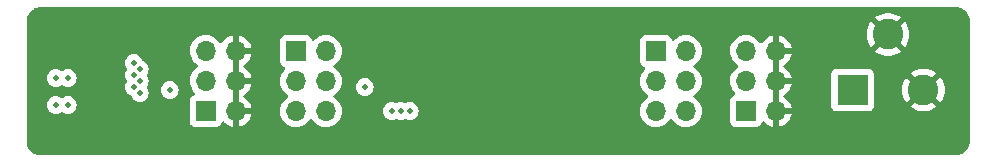
<source format=gbr>
%TF.GenerationSoftware,KiCad,Pcbnew,8.0.4*%
%TF.CreationDate,2024-11-15T14:19:49-05:00*%
%TF.ProjectId,BarrelJackAdapter,42617272-656c-44a6-9163-6b4164617074,rev?*%
%TF.SameCoordinates,Original*%
%TF.FileFunction,Copper,L4,Bot*%
%TF.FilePolarity,Positive*%
%FSLAX46Y46*%
G04 Gerber Fmt 4.6, Leading zero omitted, Abs format (unit mm)*
G04 Created by KiCad (PCBNEW 8.0.4) date 2024-11-15 14:19:49*
%MOMM*%
%LPD*%
G01*
G04 APERTURE LIST*
%TA.AperFunction,ComponentPad*%
%ADD10R,1.700000X1.700000*%
%TD*%
%TA.AperFunction,ComponentPad*%
%ADD11O,1.700000X1.700000*%
%TD*%
%TA.AperFunction,ComponentPad*%
%ADD12R,2.600000X2.600000*%
%TD*%
%TA.AperFunction,ComponentPad*%
%ADD13C,2.600000*%
%TD*%
%TA.AperFunction,ViaPad*%
%ADD14C,0.500000*%
%TD*%
G04 APERTURE END LIST*
D10*
%TO.P,J3,1,Pin_1*%
%TO.N,unconnected-(J3-Pin_1-Pad1)*%
X124460000Y-68580000D03*
D11*
%TO.P,J3,2,Pin_2*%
%TO.N,+9V*%
X127000000Y-68580000D03*
%TO.P,J3,3,Pin_3*%
%TO.N,+3.3V*%
X124460000Y-71120000D03*
%TO.P,J3,4,Pin_4*%
%TO.N,/Vleft*%
X127000000Y-71120000D03*
%TO.P,J3,5,Pin_5*%
%TO.N,unconnected-(J3-Pin_5-Pad5)*%
X124460000Y-73660000D03*
%TO.P,J3,6,Pin_6*%
%TO.N,+5V*%
X127000000Y-73660000D03*
%TD*%
D10*
%TO.P,J5,1,Pin_1*%
%TO.N,unconnected-(J5-Pin_1-Pad1)*%
X154940000Y-68580000D03*
D11*
%TO.P,J5,2,Pin_2*%
%TO.N,+9V*%
X157480000Y-68580000D03*
%TO.P,J5,3,Pin_3*%
%TO.N,+3.3V*%
X154940000Y-71120000D03*
%TO.P,J5,4,Pin_4*%
%TO.N,/Vright*%
X157480000Y-71120000D03*
%TO.P,J5,5,Pin_5*%
%TO.N,unconnected-(J5-Pin_5-Pad5)*%
X154940000Y-73660000D03*
%TO.P,J5,6,Pin_6*%
%TO.N,+5V*%
X157480000Y-73660000D03*
%TD*%
D12*
%TO.P,J1,1*%
%TO.N,+9V*%
X171600000Y-71870000D03*
D13*
%TO.P,J1,2*%
%TO.N,GND*%
X177600000Y-71870000D03*
%TO.P,J1,3*%
X174600000Y-67170000D03*
%TD*%
D10*
%TO.P,J4,1,Pin_1*%
%TO.N,/Vright*%
X162560000Y-73645000D03*
D11*
%TO.P,J4,2,Pin_2*%
%TO.N,GND*%
X165100000Y-73645000D03*
%TO.P,J4,3,Pin_3*%
%TO.N,/Vright*%
X162560000Y-71105000D03*
%TO.P,J4,4,Pin_4*%
%TO.N,GND*%
X165100000Y-71105000D03*
%TO.P,J4,5,Pin_5*%
%TO.N,/Vright*%
X162560000Y-68565000D03*
%TO.P,J4,6,Pin_6*%
%TO.N,GND*%
X165100000Y-68565000D03*
%TD*%
D10*
%TO.P,J2,1,Pin_1*%
%TO.N,/Vleft*%
X116835000Y-73645000D03*
D11*
%TO.P,J2,2,Pin_2*%
%TO.N,GND*%
X119375000Y-73645000D03*
%TO.P,J2,3,Pin_3*%
%TO.N,/Vleft*%
X116835000Y-71105000D03*
%TO.P,J2,4,Pin_4*%
%TO.N,GND*%
X119375000Y-71105000D03*
%TO.P,J2,5,Pin_5*%
%TO.N,/Vleft*%
X116835000Y-68565000D03*
%TO.P,J2,6,Pin_6*%
%TO.N,GND*%
X119375000Y-68565000D03*
%TD*%
D14*
%TO.N,GND*%
X104140000Y-68580000D03*
X143256000Y-70358000D03*
X145796000Y-70358000D03*
X147066000Y-74422000D03*
X148336000Y-72390000D03*
X148336000Y-70358000D03*
X147066000Y-71374000D03*
X132842000Y-71628000D03*
X144526000Y-69342000D03*
X145796000Y-72390000D03*
X145796000Y-74422000D03*
X144526000Y-68326000D03*
X145796000Y-69342000D03*
X144526000Y-70358000D03*
X105156000Y-68580000D03*
X149606000Y-72390000D03*
X148336000Y-68326000D03*
X113792000Y-69596000D03*
X148336000Y-73406000D03*
X149606000Y-71374000D03*
X149606000Y-74422000D03*
X147066000Y-69342000D03*
X149606000Y-70358000D03*
X147066000Y-68326000D03*
X145796000Y-68326000D03*
X144526000Y-74422000D03*
X143256000Y-68326000D03*
X148336000Y-71374000D03*
X143256000Y-73406000D03*
X145796000Y-67310000D03*
X148336000Y-69342000D03*
X143256000Y-74422000D03*
X143256000Y-69342000D03*
X149606000Y-67310000D03*
X143256000Y-67310000D03*
X143256000Y-71374000D03*
X149606000Y-73406000D03*
X145796000Y-73406000D03*
X145796000Y-71374000D03*
X147066000Y-73406000D03*
X144526000Y-67310000D03*
X149606000Y-69342000D03*
X144526000Y-73406000D03*
X147066000Y-67310000D03*
X144526000Y-71374000D03*
X147066000Y-72390000D03*
X149606000Y-68326000D03*
X143256000Y-72390000D03*
X132842000Y-69596000D03*
X148336000Y-74422000D03*
X148336000Y-67310000D03*
X144526000Y-72390000D03*
X147066000Y-70358000D03*
%TO.N,+5V*%
X132588000Y-73660000D03*
X134112000Y-73660000D03*
X130302000Y-71628000D03*
X105156000Y-73152000D03*
X133350000Y-73660000D03*
X104140000Y-73152000D03*
%TO.N,+3.3V*%
X113792000Y-71882000D03*
X111252000Y-70104000D03*
X111252000Y-71120000D03*
X111252000Y-72136000D03*
X110744000Y-71628000D03*
X110744000Y-70612000D03*
X110744000Y-69596000D03*
X104140000Y-70866000D03*
X105156000Y-70866000D03*
%TD*%
%TA.AperFunction,Conductor*%
%TO.N,GND*%
G36*
X150495000Y-76200000D02*
G01*
X142240000Y-76200000D01*
X142240000Y-66040000D01*
X150495000Y-66040000D01*
X150495000Y-76200000D01*
G37*
%TD.AperFunction*%
%TD*%
%TA.AperFunction,Conductor*%
%TO.N,GND*%
G36*
X119625000Y-73211988D02*
G01*
X119567993Y-73179075D01*
X119440826Y-73145000D01*
X119309174Y-73145000D01*
X119182007Y-73179075D01*
X119125000Y-73211988D01*
X119125000Y-71538012D01*
X119182007Y-71570925D01*
X119309174Y-71605000D01*
X119440826Y-71605000D01*
X119567993Y-71570925D01*
X119625000Y-71538012D01*
X119625000Y-73211988D01*
G37*
%TD.AperFunction*%
%TA.AperFunction,Conductor*%
G36*
X119625000Y-70671988D02*
G01*
X119567993Y-70639075D01*
X119440826Y-70605000D01*
X119309174Y-70605000D01*
X119182007Y-70639075D01*
X119125000Y-70671988D01*
X119125000Y-68998012D01*
X119182007Y-69030925D01*
X119309174Y-69065000D01*
X119440826Y-69065000D01*
X119567993Y-69030925D01*
X119625000Y-68998012D01*
X119625000Y-70671988D01*
G37*
%TD.AperFunction*%
%TA.AperFunction,Conductor*%
G36*
X165350000Y-73211988D02*
G01*
X165292993Y-73179075D01*
X165165826Y-73145000D01*
X165034174Y-73145000D01*
X164907007Y-73179075D01*
X164850000Y-73211988D01*
X164850000Y-71538012D01*
X164907007Y-71570925D01*
X165034174Y-71605000D01*
X165165826Y-71605000D01*
X165292993Y-71570925D01*
X165350000Y-71538012D01*
X165350000Y-73211988D01*
G37*
%TD.AperFunction*%
%TA.AperFunction,Conductor*%
G36*
X165350000Y-70671988D02*
G01*
X165292993Y-70639075D01*
X165165826Y-70605000D01*
X165034174Y-70605000D01*
X164907007Y-70639075D01*
X164850000Y-70671988D01*
X164850000Y-68998012D01*
X164907007Y-69030925D01*
X165034174Y-69065000D01*
X165165826Y-69065000D01*
X165292993Y-69030925D01*
X165350000Y-68998012D01*
X165350000Y-70671988D01*
G37*
%TD.AperFunction*%
%TA.AperFunction,Conductor*%
G36*
X180344853Y-64845882D02*
G01*
X180374568Y-64848220D01*
X180517136Y-64859440D01*
X180536346Y-64862483D01*
X180699638Y-64901686D01*
X180718130Y-64907694D01*
X180841090Y-64958626D01*
X180873277Y-64971959D01*
X180890614Y-64980793D01*
X181033786Y-65068529D01*
X181049527Y-65079965D01*
X181177217Y-65189022D01*
X181190977Y-65202782D01*
X181300034Y-65330472D01*
X181311470Y-65346213D01*
X181399206Y-65489385D01*
X181408040Y-65506722D01*
X181472302Y-65661862D01*
X181478315Y-65680368D01*
X181517515Y-65843648D01*
X181520559Y-65862866D01*
X181534118Y-66035146D01*
X181534500Y-66044875D01*
X181534500Y-76195124D01*
X181534118Y-76204853D01*
X181520559Y-76377133D01*
X181517515Y-76396351D01*
X181478315Y-76559631D01*
X181472302Y-76578137D01*
X181408040Y-76733277D01*
X181399206Y-76750614D01*
X181311470Y-76893786D01*
X181300034Y-76909527D01*
X181190977Y-77037217D01*
X181177217Y-77050977D01*
X181049527Y-77160034D01*
X181033786Y-77171470D01*
X180890614Y-77259206D01*
X180873277Y-77268040D01*
X180718137Y-77332302D01*
X180699631Y-77338315D01*
X180536351Y-77377515D01*
X180517133Y-77380559D01*
X180344854Y-77394118D01*
X180335125Y-77394500D01*
X102874875Y-77394500D01*
X102865146Y-77394118D01*
X102692866Y-77380559D01*
X102673648Y-77377515D01*
X102510368Y-77338315D01*
X102491862Y-77332302D01*
X102336722Y-77268040D01*
X102319385Y-77259206D01*
X102176213Y-77171470D01*
X102160472Y-77160034D01*
X102032782Y-77050977D01*
X102019022Y-77037217D01*
X101909965Y-76909527D01*
X101898529Y-76893786D01*
X101810793Y-76750614D01*
X101801959Y-76733277D01*
X101788626Y-76701090D01*
X101737694Y-76578130D01*
X101731686Y-76559638D01*
X101692483Y-76396346D01*
X101689440Y-76377132D01*
X101675882Y-76204852D01*
X101675691Y-76200000D01*
X142240000Y-76200000D01*
X150495000Y-76200000D01*
X150495000Y-71119999D01*
X153584341Y-71119999D01*
X153584341Y-71120000D01*
X153604936Y-71355403D01*
X153604938Y-71355413D01*
X153666094Y-71583655D01*
X153666096Y-71583659D01*
X153666097Y-71583663D01*
X153746004Y-71755023D01*
X153765965Y-71797830D01*
X153765967Y-71797834D01*
X153824903Y-71882002D01*
X153901501Y-71991396D01*
X153901506Y-71991402D01*
X154068597Y-72158493D01*
X154068603Y-72158498D01*
X154254158Y-72288425D01*
X154297783Y-72343002D01*
X154304977Y-72412500D01*
X154273454Y-72474855D01*
X154254158Y-72491575D01*
X154068597Y-72621505D01*
X153901505Y-72788597D01*
X153765965Y-72982169D01*
X153765964Y-72982171D01*
X153690036Y-73145000D01*
X153669468Y-73189109D01*
X153666098Y-73196335D01*
X153666094Y-73196344D01*
X153604938Y-73424586D01*
X153604936Y-73424596D01*
X153584341Y-73659999D01*
X153584341Y-73660000D01*
X153604936Y-73895403D01*
X153604938Y-73895413D01*
X153666094Y-74123655D01*
X153666096Y-74123659D01*
X153666097Y-74123663D01*
X153746004Y-74295023D01*
X153765965Y-74337830D01*
X153765967Y-74337834D01*
X153820174Y-74415249D01*
X153901505Y-74531401D01*
X154068599Y-74698495D01*
X154165384Y-74766265D01*
X154262165Y-74834032D01*
X154262167Y-74834033D01*
X154262170Y-74834035D01*
X154476337Y-74933903D01*
X154704592Y-74995063D01*
X154892918Y-75011539D01*
X154939999Y-75015659D01*
X154940000Y-75015659D01*
X154940001Y-75015659D01*
X154979234Y-75012226D01*
X155175408Y-74995063D01*
X155403663Y-74933903D01*
X155617830Y-74834035D01*
X155811401Y-74698495D01*
X155978495Y-74531401D01*
X156108425Y-74345842D01*
X156163002Y-74302217D01*
X156232500Y-74295023D01*
X156294855Y-74326546D01*
X156311575Y-74345842D01*
X156441500Y-74531395D01*
X156441505Y-74531401D01*
X156608599Y-74698495D01*
X156705384Y-74766265D01*
X156802165Y-74834032D01*
X156802167Y-74834033D01*
X156802170Y-74834035D01*
X157016337Y-74933903D01*
X157244592Y-74995063D01*
X157432918Y-75011539D01*
X157479999Y-75015659D01*
X157480000Y-75015659D01*
X157480001Y-75015659D01*
X157519234Y-75012226D01*
X157715408Y-74995063D01*
X157943663Y-74933903D01*
X158157830Y-74834035D01*
X158351401Y-74698495D01*
X158518495Y-74531401D01*
X158654035Y-74337830D01*
X158753903Y-74123663D01*
X158815063Y-73895408D01*
X158835659Y-73660000D01*
X158815063Y-73424592D01*
X158759674Y-73217876D01*
X158753905Y-73196344D01*
X158753904Y-73196343D01*
X158753903Y-73196337D01*
X158654035Y-72982171D01*
X158652197Y-72979545D01*
X158518494Y-72788597D01*
X158351402Y-72621506D01*
X158351396Y-72621501D01*
X158165842Y-72491575D01*
X158122217Y-72436998D01*
X158115023Y-72367500D01*
X158146546Y-72305145D01*
X158165842Y-72288425D01*
X158222229Y-72248942D01*
X158351401Y-72158495D01*
X158518495Y-71991401D01*
X158654035Y-71797830D01*
X158753903Y-71583663D01*
X158815063Y-71355408D01*
X158835659Y-71120000D01*
X158815063Y-70884592D01*
X158753903Y-70656337D01*
X158654035Y-70442171D01*
X158648425Y-70434158D01*
X158518494Y-70248597D01*
X158351402Y-70081506D01*
X158351396Y-70081501D01*
X158165842Y-69951575D01*
X158122217Y-69896998D01*
X158115023Y-69827500D01*
X158146546Y-69765145D01*
X158165842Y-69748425D01*
X158188026Y-69732891D01*
X158351401Y-69618495D01*
X158518495Y-69451401D01*
X158654035Y-69257830D01*
X158753903Y-69043663D01*
X158815063Y-68815408D01*
X158835659Y-68580000D01*
X158834347Y-68564999D01*
X161204341Y-68564999D01*
X161204341Y-68565000D01*
X161224936Y-68800403D01*
X161224938Y-68800413D01*
X161286094Y-69028655D01*
X161286096Y-69028659D01*
X161286097Y-69028663D01*
X161369155Y-69206781D01*
X161385965Y-69242830D01*
X161385967Y-69242834D01*
X161469623Y-69362306D01*
X161521501Y-69436396D01*
X161521506Y-69436402D01*
X161688597Y-69603493D01*
X161688603Y-69603498D01*
X161874158Y-69733425D01*
X161917783Y-69788002D01*
X161924977Y-69857500D01*
X161893454Y-69919855D01*
X161874158Y-69936575D01*
X161688597Y-70066505D01*
X161521505Y-70233597D01*
X161385965Y-70427169D01*
X161385964Y-70427171D01*
X161286098Y-70641335D01*
X161286094Y-70641344D01*
X161224938Y-70869586D01*
X161224936Y-70869596D01*
X161204341Y-71104999D01*
X161204341Y-71105000D01*
X161224936Y-71340403D01*
X161224938Y-71340413D01*
X161286094Y-71568655D01*
X161286096Y-71568659D01*
X161286097Y-71568663D01*
X161369155Y-71746781D01*
X161385965Y-71782830D01*
X161385967Y-71782834D01*
X161455406Y-71882002D01*
X161521501Y-71976396D01*
X161521506Y-71976402D01*
X161643430Y-72098326D01*
X161676915Y-72159649D01*
X161671931Y-72229341D01*
X161630059Y-72285274D01*
X161599083Y-72302189D01*
X161467669Y-72351203D01*
X161467664Y-72351206D01*
X161352455Y-72437452D01*
X161352452Y-72437455D01*
X161266206Y-72552664D01*
X161266202Y-72552671D01*
X161215908Y-72687517D01*
X161209501Y-72747116D01*
X161209500Y-72747135D01*
X161209500Y-74542870D01*
X161209501Y-74542876D01*
X161215908Y-74602483D01*
X161266202Y-74737328D01*
X161266206Y-74737335D01*
X161352452Y-74852544D01*
X161352455Y-74852547D01*
X161467664Y-74938793D01*
X161467671Y-74938797D01*
X161602517Y-74989091D01*
X161602516Y-74989091D01*
X161609444Y-74989835D01*
X161662127Y-74995500D01*
X163457872Y-74995499D01*
X163517483Y-74989091D01*
X163652331Y-74938796D01*
X163767546Y-74852546D01*
X163853796Y-74737331D01*
X163903002Y-74605401D01*
X163944872Y-74549468D01*
X164010337Y-74525050D01*
X164078610Y-74539901D01*
X164106865Y-74561053D01*
X164228917Y-74683105D01*
X164422421Y-74818600D01*
X164636507Y-74918429D01*
X164636516Y-74918433D01*
X164850000Y-74975634D01*
X164850000Y-74078012D01*
X164907007Y-74110925D01*
X165034174Y-74145000D01*
X165165826Y-74145000D01*
X165292993Y-74110925D01*
X165350000Y-74078012D01*
X165350000Y-74975633D01*
X165563483Y-74918433D01*
X165563492Y-74918429D01*
X165777578Y-74818600D01*
X165971082Y-74683105D01*
X166138105Y-74516082D01*
X166273600Y-74322578D01*
X166373429Y-74108492D01*
X166373432Y-74108486D01*
X166430636Y-73895000D01*
X165533012Y-73895000D01*
X165565925Y-73837993D01*
X165600000Y-73710826D01*
X165600000Y-73579174D01*
X165565925Y-73452007D01*
X165533012Y-73395000D01*
X166430636Y-73395000D01*
X166430635Y-73394999D01*
X166373432Y-73181513D01*
X166373429Y-73181507D01*
X166273600Y-72967422D01*
X166273599Y-72967420D01*
X166138113Y-72773926D01*
X166138108Y-72773920D01*
X165971082Y-72606894D01*
X165784968Y-72476575D01*
X165741344Y-72421998D01*
X165734151Y-72352499D01*
X165765673Y-72290145D01*
X165784968Y-72273425D01*
X165971082Y-72143105D01*
X166138105Y-71976082D01*
X166273600Y-71782578D01*
X166373429Y-71568492D01*
X166373432Y-71568486D01*
X166430636Y-71355000D01*
X165533012Y-71355000D01*
X165565925Y-71297993D01*
X165600000Y-71170826D01*
X165600000Y-71039174D01*
X165565925Y-70912007D01*
X165533012Y-70855000D01*
X166430636Y-70855000D01*
X166430635Y-70854999D01*
X166373432Y-70641513D01*
X166373429Y-70641507D01*
X166317765Y-70522135D01*
X169799500Y-70522135D01*
X169799500Y-73217870D01*
X169799501Y-73217876D01*
X169805908Y-73277483D01*
X169856202Y-73412328D01*
X169856206Y-73412335D01*
X169942452Y-73527544D01*
X169942455Y-73527547D01*
X170057664Y-73613793D01*
X170057671Y-73613797D01*
X170192517Y-73664091D01*
X170192516Y-73664091D01*
X170199444Y-73664835D01*
X170252127Y-73670500D01*
X172947872Y-73670499D01*
X173007483Y-73664091D01*
X173142331Y-73613796D01*
X173257546Y-73527546D01*
X173343796Y-73412331D01*
X173394091Y-73277483D01*
X173400500Y-73217873D01*
X173400499Y-71869995D01*
X175794953Y-71869995D01*
X175794953Y-71870004D01*
X175815113Y-72139026D01*
X175815113Y-72139028D01*
X175875142Y-72402033D01*
X175875148Y-72402052D01*
X175973709Y-72653181D01*
X175973708Y-72653181D01*
X176108602Y-72886822D01*
X176162294Y-72954151D01*
X176884152Y-72232292D01*
X176891049Y-72248942D01*
X176978599Y-72379970D01*
X177090030Y-72491401D01*
X177221058Y-72578951D01*
X177237705Y-72585846D01*
X176514848Y-73308702D01*
X176697483Y-73433220D01*
X176697485Y-73433221D01*
X176940539Y-73550269D01*
X176940537Y-73550269D01*
X177198337Y-73629790D01*
X177198343Y-73629792D01*
X177465101Y-73669999D01*
X177465110Y-73670000D01*
X177734890Y-73670000D01*
X177734898Y-73669999D01*
X178001656Y-73629792D01*
X178001662Y-73629790D01*
X178259461Y-73550269D01*
X178502521Y-73433218D01*
X178685150Y-73308702D01*
X177962294Y-72585846D01*
X177978942Y-72578951D01*
X178109970Y-72491401D01*
X178221401Y-72379970D01*
X178308951Y-72248942D01*
X178315846Y-72232294D01*
X179037703Y-72954151D01*
X179037704Y-72954150D01*
X179091393Y-72886828D01*
X179091400Y-72886817D01*
X179226290Y-72653181D01*
X179324851Y-72402052D01*
X179324857Y-72402033D01*
X179384886Y-72139028D01*
X179384886Y-72139026D01*
X179405047Y-71870004D01*
X179405047Y-71869995D01*
X179384886Y-71600973D01*
X179384886Y-71600971D01*
X179324857Y-71337966D01*
X179324851Y-71337947D01*
X179226290Y-71086818D01*
X179226291Y-71086818D01*
X179091397Y-70853177D01*
X179037704Y-70785847D01*
X178315846Y-71507705D01*
X178308951Y-71491058D01*
X178221401Y-71360030D01*
X178109970Y-71248599D01*
X177978942Y-71161049D01*
X177962294Y-71154153D01*
X178685150Y-70431296D01*
X178502517Y-70306779D01*
X178502516Y-70306778D01*
X178259460Y-70189730D01*
X178259462Y-70189730D01*
X178001662Y-70110209D01*
X178001656Y-70110207D01*
X177734898Y-70070000D01*
X177465101Y-70070000D01*
X177198343Y-70110207D01*
X177198337Y-70110209D01*
X176940538Y-70189730D01*
X176697485Y-70306778D01*
X176697476Y-70306783D01*
X176514848Y-70431296D01*
X177237705Y-71154153D01*
X177221058Y-71161049D01*
X177090030Y-71248599D01*
X176978599Y-71360030D01*
X176891049Y-71491058D01*
X176884153Y-71507706D01*
X176162295Y-70785848D01*
X176108600Y-70853180D01*
X175973709Y-71086818D01*
X175875148Y-71337947D01*
X175875142Y-71337966D01*
X175815113Y-71600971D01*
X175815113Y-71600973D01*
X175794953Y-71869995D01*
X173400499Y-71869995D01*
X173400499Y-70522128D01*
X173394940Y-70470412D01*
X173394091Y-70462516D01*
X173343797Y-70327671D01*
X173343793Y-70327664D01*
X173257547Y-70212455D01*
X173257544Y-70212452D01*
X173142335Y-70126206D01*
X173142328Y-70126202D01*
X173007482Y-70075908D01*
X173007483Y-70075908D01*
X172947883Y-70069501D01*
X172947881Y-70069500D01*
X172947873Y-70069500D01*
X172947864Y-70069500D01*
X170252129Y-70069500D01*
X170252123Y-70069501D01*
X170192516Y-70075908D01*
X170057671Y-70126202D01*
X170057664Y-70126206D01*
X169942455Y-70212452D01*
X169942452Y-70212455D01*
X169856206Y-70327664D01*
X169856202Y-70327671D01*
X169805908Y-70462517D01*
X169803494Y-70484977D01*
X169799501Y-70522123D01*
X169799500Y-70522135D01*
X166317765Y-70522135D01*
X166273600Y-70427422D01*
X166273599Y-70427420D01*
X166138113Y-70233926D01*
X166138108Y-70233920D01*
X165971082Y-70066894D01*
X165784968Y-69936575D01*
X165741344Y-69881998D01*
X165734151Y-69812499D01*
X165765673Y-69750145D01*
X165784968Y-69733425D01*
X165971082Y-69603105D01*
X166138105Y-69436082D01*
X166273600Y-69242578D01*
X166373429Y-69028492D01*
X166373432Y-69028486D01*
X166430636Y-68815000D01*
X165533012Y-68815000D01*
X165565925Y-68757993D01*
X165600000Y-68630826D01*
X165600000Y-68499174D01*
X165565925Y-68372007D01*
X165533012Y-68315000D01*
X166430636Y-68315000D01*
X166430635Y-68314999D01*
X166373432Y-68101513D01*
X166373429Y-68101507D01*
X166273600Y-67887422D01*
X166273599Y-67887420D01*
X166138113Y-67693926D01*
X166138108Y-67693920D01*
X165971082Y-67526894D01*
X165777578Y-67391399D01*
X165563492Y-67291570D01*
X165563486Y-67291567D01*
X165350000Y-67234364D01*
X165350000Y-68131988D01*
X165292993Y-68099075D01*
X165165826Y-68065000D01*
X165034174Y-68065000D01*
X164907007Y-68099075D01*
X164850000Y-68131988D01*
X164850000Y-67234364D01*
X164849999Y-67234364D01*
X164636513Y-67291567D01*
X164636507Y-67291570D01*
X164422422Y-67391399D01*
X164422420Y-67391400D01*
X164228926Y-67526886D01*
X164228920Y-67526891D01*
X164061891Y-67693920D01*
X164061890Y-67693922D01*
X163931880Y-67879595D01*
X163877303Y-67923219D01*
X163807804Y-67930412D01*
X163745450Y-67898890D01*
X163728730Y-67879594D01*
X163598494Y-67693597D01*
X163431402Y-67526506D01*
X163431395Y-67526501D01*
X163237834Y-67390967D01*
X163237830Y-67390965D01*
X163198129Y-67372452D01*
X163023663Y-67291097D01*
X163023659Y-67291096D01*
X163023655Y-67291094D01*
X162795413Y-67229938D01*
X162795403Y-67229936D01*
X162560001Y-67209341D01*
X162559999Y-67209341D01*
X162324596Y-67229936D01*
X162324586Y-67229938D01*
X162096344Y-67291094D01*
X162096335Y-67291098D01*
X161882171Y-67390964D01*
X161882169Y-67390965D01*
X161688597Y-67526505D01*
X161521505Y-67693597D01*
X161385965Y-67887169D01*
X161385964Y-67887171D01*
X161286098Y-68101335D01*
X161286094Y-68101344D01*
X161224938Y-68329586D01*
X161224936Y-68329596D01*
X161204341Y-68564999D01*
X158834347Y-68564999D01*
X158815063Y-68344592D01*
X158753903Y-68116337D01*
X158654035Y-67902171D01*
X158643707Y-67887420D01*
X158518494Y-67708597D01*
X158351402Y-67541506D01*
X158351395Y-67541501D01*
X158157834Y-67405967D01*
X158157830Y-67405965D01*
X158125660Y-67390964D01*
X157943663Y-67306097D01*
X157943659Y-67306096D01*
X157943655Y-67306094D01*
X157715413Y-67244938D01*
X157715403Y-67244936D01*
X157480001Y-67224341D01*
X157479999Y-67224341D01*
X157244596Y-67244936D01*
X157244586Y-67244938D01*
X157016344Y-67306094D01*
X157016335Y-67306098D01*
X156802171Y-67405964D01*
X156802169Y-67405965D01*
X156608600Y-67541503D01*
X156486673Y-67663430D01*
X156425350Y-67696914D01*
X156355658Y-67691930D01*
X156299725Y-67650058D01*
X156282810Y-67619081D01*
X156233797Y-67487671D01*
X156233793Y-67487664D01*
X156147547Y-67372455D01*
X156147544Y-67372452D01*
X156032335Y-67286206D01*
X156032328Y-67286202D01*
X155897482Y-67235908D01*
X155897483Y-67235908D01*
X155837883Y-67229501D01*
X155837881Y-67229500D01*
X155837873Y-67229500D01*
X155837864Y-67229500D01*
X154042129Y-67229500D01*
X154042123Y-67229501D01*
X153982516Y-67235908D01*
X153847671Y-67286202D01*
X153847664Y-67286206D01*
X153732455Y-67372452D01*
X153732452Y-67372455D01*
X153646206Y-67487664D01*
X153646202Y-67487671D01*
X153595908Y-67622517D01*
X153589501Y-67682116D01*
X153589500Y-67682135D01*
X153589500Y-69477870D01*
X153589501Y-69477876D01*
X153595908Y-69537483D01*
X153646202Y-69672328D01*
X153646206Y-69672335D01*
X153732452Y-69787544D01*
X153732455Y-69787547D01*
X153847664Y-69873793D01*
X153847671Y-69873797D01*
X153979081Y-69922810D01*
X154035015Y-69964681D01*
X154059432Y-70030145D01*
X154044580Y-70098418D01*
X154023430Y-70126673D01*
X153901503Y-70248600D01*
X153765965Y-70442169D01*
X153765964Y-70442171D01*
X153666098Y-70656335D01*
X153666094Y-70656344D01*
X153604938Y-70884586D01*
X153604936Y-70884596D01*
X153584341Y-71119999D01*
X150495000Y-71119999D01*
X150495000Y-67169995D01*
X172794953Y-67169995D01*
X172794953Y-67170004D01*
X172815113Y-67439026D01*
X172815113Y-67439028D01*
X172875142Y-67702033D01*
X172875148Y-67702052D01*
X172973709Y-67953181D01*
X172973708Y-67953181D01*
X173108602Y-68186822D01*
X173162294Y-68254151D01*
X173884152Y-67532292D01*
X173891049Y-67548942D01*
X173978599Y-67679970D01*
X174090030Y-67791401D01*
X174221058Y-67878951D01*
X174237705Y-67885846D01*
X173514848Y-68608702D01*
X173697483Y-68733220D01*
X173697485Y-68733221D01*
X173940539Y-68850269D01*
X173940537Y-68850269D01*
X174198337Y-68929790D01*
X174198343Y-68929792D01*
X174465101Y-68969999D01*
X174465110Y-68970000D01*
X174734890Y-68970000D01*
X174734898Y-68969999D01*
X175001656Y-68929792D01*
X175001662Y-68929790D01*
X175259461Y-68850269D01*
X175502521Y-68733218D01*
X175685150Y-68608702D01*
X174962294Y-67885846D01*
X174978942Y-67878951D01*
X175109970Y-67791401D01*
X175221401Y-67679970D01*
X175308951Y-67548942D01*
X175315846Y-67532294D01*
X176037703Y-68254151D01*
X176037704Y-68254150D01*
X176091393Y-68186828D01*
X176091400Y-68186817D01*
X176226290Y-67953181D01*
X176324851Y-67702052D01*
X176324857Y-67702033D01*
X176384886Y-67439028D01*
X176384886Y-67439026D01*
X176405047Y-67170004D01*
X176405047Y-67169995D01*
X176384886Y-66900973D01*
X176384886Y-66900971D01*
X176324857Y-66637966D01*
X176324851Y-66637947D01*
X176226290Y-66386818D01*
X176226291Y-66386818D01*
X176091397Y-66153177D01*
X176037704Y-66085847D01*
X175315846Y-66807705D01*
X175308951Y-66791058D01*
X175221401Y-66660030D01*
X175109970Y-66548599D01*
X174978942Y-66461049D01*
X174962294Y-66454153D01*
X175685150Y-65731296D01*
X175502517Y-65606779D01*
X175502516Y-65606778D01*
X175259460Y-65489730D01*
X175259462Y-65489730D01*
X175001662Y-65410209D01*
X175001656Y-65410207D01*
X174734898Y-65370000D01*
X174465101Y-65370000D01*
X174198343Y-65410207D01*
X174198337Y-65410209D01*
X173940538Y-65489730D01*
X173697485Y-65606778D01*
X173697476Y-65606783D01*
X173514848Y-65731296D01*
X174237705Y-66454153D01*
X174221058Y-66461049D01*
X174090030Y-66548599D01*
X173978599Y-66660030D01*
X173891049Y-66791058D01*
X173884153Y-66807706D01*
X173162295Y-66085848D01*
X173108600Y-66153180D01*
X172973709Y-66386818D01*
X172875148Y-66637947D01*
X172875142Y-66637966D01*
X172815113Y-66900971D01*
X172815113Y-66900973D01*
X172794953Y-67169995D01*
X150495000Y-67169995D01*
X150495000Y-66040000D01*
X142240000Y-66040000D01*
X142240000Y-76200000D01*
X101675691Y-76200000D01*
X101675500Y-76195124D01*
X101675500Y-73151997D01*
X103384751Y-73151997D01*
X103384751Y-73152002D01*
X103403685Y-73320056D01*
X103459545Y-73479694D01*
X103459547Y-73479697D01*
X103549518Y-73622884D01*
X103549523Y-73622890D01*
X103669109Y-73742476D01*
X103669115Y-73742481D01*
X103812302Y-73832452D01*
X103812305Y-73832454D01*
X103812309Y-73832455D01*
X103812310Y-73832456D01*
X103828134Y-73837993D01*
X103971943Y-73888314D01*
X104139997Y-73907249D01*
X104140000Y-73907249D01*
X104140003Y-73907249D01*
X104308056Y-73888314D01*
X104308059Y-73888313D01*
X104467690Y-73832456D01*
X104582027Y-73760613D01*
X104649264Y-73741612D01*
X104713973Y-73760613D01*
X104821307Y-73828056D01*
X104828307Y-73832454D01*
X104828305Y-73832454D01*
X104828309Y-73832455D01*
X104828310Y-73832456D01*
X104844134Y-73837993D01*
X104987943Y-73888314D01*
X105155997Y-73907249D01*
X105156000Y-73907249D01*
X105156003Y-73907249D01*
X105324056Y-73888314D01*
X105324059Y-73888313D01*
X105483690Y-73832456D01*
X105483692Y-73832454D01*
X105483694Y-73832454D01*
X105483697Y-73832452D01*
X105626884Y-73742481D01*
X105626885Y-73742480D01*
X105626890Y-73742477D01*
X105746477Y-73622890D01*
X105792108Y-73550269D01*
X105836452Y-73479697D01*
X105836454Y-73479694D01*
X105836454Y-73479692D01*
X105836456Y-73479690D01*
X105892313Y-73320059D01*
X105892313Y-73320058D01*
X105892314Y-73320056D01*
X105911249Y-73152002D01*
X105911249Y-73151997D01*
X105892314Y-72983943D01*
X105836454Y-72824305D01*
X105836452Y-72824302D01*
X105746481Y-72681115D01*
X105746476Y-72681109D01*
X105626890Y-72561523D01*
X105626884Y-72561518D01*
X105483697Y-72471547D01*
X105483694Y-72471545D01*
X105324056Y-72415685D01*
X105156003Y-72396751D01*
X105155997Y-72396751D01*
X104987943Y-72415685D01*
X104828307Y-72471545D01*
X104713972Y-72543387D01*
X104646735Y-72562387D01*
X104582028Y-72543387D01*
X104467692Y-72471545D01*
X104467691Y-72471544D01*
X104467690Y-72471544D01*
X104429370Y-72458135D01*
X104308056Y-72415685D01*
X104140003Y-72396751D01*
X104139997Y-72396751D01*
X103971943Y-72415685D01*
X103812305Y-72471545D01*
X103812302Y-72471547D01*
X103669115Y-72561518D01*
X103669109Y-72561523D01*
X103549523Y-72681109D01*
X103549518Y-72681115D01*
X103459547Y-72824302D01*
X103459545Y-72824305D01*
X103403685Y-72983943D01*
X103384751Y-73151997D01*
X101675500Y-73151997D01*
X101675500Y-70865997D01*
X103384751Y-70865997D01*
X103384751Y-70866002D01*
X103403685Y-71034056D01*
X103459545Y-71193694D01*
X103459547Y-71193697D01*
X103549518Y-71336884D01*
X103549523Y-71336890D01*
X103669109Y-71456476D01*
X103669115Y-71456481D01*
X103812302Y-71546452D01*
X103812305Y-71546454D01*
X103812309Y-71546455D01*
X103812310Y-71546456D01*
X103875774Y-71568663D01*
X103971943Y-71602314D01*
X104139997Y-71621249D01*
X104140000Y-71621249D01*
X104140003Y-71621249D01*
X104308056Y-71602314D01*
X104308059Y-71602313D01*
X104467690Y-71546456D01*
X104582027Y-71474613D01*
X104649264Y-71455612D01*
X104713973Y-71474613D01*
X104828307Y-71546454D01*
X104828305Y-71546454D01*
X104828309Y-71546455D01*
X104828310Y-71546456D01*
X104891774Y-71568663D01*
X104987943Y-71602314D01*
X105155997Y-71621249D01*
X105156000Y-71621249D01*
X105156003Y-71621249D01*
X105324056Y-71602314D01*
X105324059Y-71602313D01*
X105483690Y-71546456D01*
X105483692Y-71546454D01*
X105483694Y-71546454D01*
X105483697Y-71546452D01*
X105626884Y-71456481D01*
X105626885Y-71456480D01*
X105626890Y-71456477D01*
X105746477Y-71336890D01*
X105774983Y-71291523D01*
X105836452Y-71193697D01*
X105836454Y-71193694D01*
X105836454Y-71193692D01*
X105836456Y-71193690D01*
X105892313Y-71034059D01*
X105892313Y-71034058D01*
X105892314Y-71034056D01*
X105911249Y-70866002D01*
X105911249Y-70865997D01*
X105892314Y-70697943D01*
X105836454Y-70538305D01*
X105836452Y-70538302D01*
X105746481Y-70395115D01*
X105746476Y-70395109D01*
X105626890Y-70275523D01*
X105626884Y-70275518D01*
X105483697Y-70185547D01*
X105483694Y-70185545D01*
X105324056Y-70129685D01*
X105156003Y-70110751D01*
X105155997Y-70110751D01*
X104987943Y-70129685D01*
X104828307Y-70185545D01*
X104713972Y-70257387D01*
X104646735Y-70276387D01*
X104582028Y-70257387D01*
X104467692Y-70185545D01*
X104467691Y-70185544D01*
X104467690Y-70185544D01*
X104423188Y-70169972D01*
X104308056Y-70129685D01*
X104140003Y-70110751D01*
X104139997Y-70110751D01*
X103971943Y-70129685D01*
X103812305Y-70185545D01*
X103812302Y-70185547D01*
X103669115Y-70275518D01*
X103669109Y-70275523D01*
X103549523Y-70395109D01*
X103549518Y-70395115D01*
X103459547Y-70538302D01*
X103459545Y-70538305D01*
X103403685Y-70697943D01*
X103384751Y-70865997D01*
X101675500Y-70865997D01*
X101675500Y-69595997D01*
X109988751Y-69595997D01*
X109988751Y-69596002D01*
X110007685Y-69764056D01*
X110045632Y-69872500D01*
X110062202Y-69919856D01*
X110063545Y-69923692D01*
X110135387Y-70038028D01*
X110154387Y-70105265D01*
X110135387Y-70169972D01*
X110063545Y-70284307D01*
X110007685Y-70443943D01*
X109988751Y-70611997D01*
X109988751Y-70612002D01*
X110007685Y-70780056D01*
X110063545Y-70939692D01*
X110135387Y-71054028D01*
X110154387Y-71121265D01*
X110135387Y-71185972D01*
X110063545Y-71300307D01*
X110007685Y-71459943D01*
X109988751Y-71627997D01*
X109988751Y-71628002D01*
X110007685Y-71796056D01*
X110063545Y-71955694D01*
X110063547Y-71955697D01*
X110153518Y-72098884D01*
X110153523Y-72098890D01*
X110273109Y-72218476D01*
X110273115Y-72218481D01*
X110416302Y-72308452D01*
X110416307Y-72308455D01*
X110416310Y-72308456D01*
X110474940Y-72328971D01*
X110531716Y-72369692D01*
X110551028Y-72405059D01*
X110571544Y-72463693D01*
X110661518Y-72606884D01*
X110661523Y-72606890D01*
X110781109Y-72726476D01*
X110781115Y-72726481D01*
X110924302Y-72816452D01*
X110924305Y-72816454D01*
X110924309Y-72816455D01*
X110924310Y-72816456D01*
X110946756Y-72824310D01*
X111083943Y-72872314D01*
X111251997Y-72891249D01*
X111252000Y-72891249D01*
X111252003Y-72891249D01*
X111420056Y-72872314D01*
X111420059Y-72872313D01*
X111579690Y-72816456D01*
X111579692Y-72816454D01*
X111579694Y-72816454D01*
X111579697Y-72816452D01*
X111722884Y-72726481D01*
X111722885Y-72726480D01*
X111722890Y-72726477D01*
X111842477Y-72606890D01*
X111847665Y-72598633D01*
X111932452Y-72463697D01*
X111932454Y-72463694D01*
X111932454Y-72463692D01*
X111932456Y-72463690D01*
X111988313Y-72304059D01*
X111988313Y-72304058D01*
X111988314Y-72304056D01*
X112007249Y-72136002D01*
X112007249Y-72135997D01*
X111988314Y-71967943D01*
X111958240Y-71881997D01*
X113036751Y-71881997D01*
X113036751Y-71882002D01*
X113055685Y-72050056D01*
X113111545Y-72209694D01*
X113111547Y-72209697D01*
X113201518Y-72352884D01*
X113201523Y-72352890D01*
X113321109Y-72472476D01*
X113321115Y-72472481D01*
X113464302Y-72562452D01*
X113464305Y-72562454D01*
X113464309Y-72562455D01*
X113464310Y-72562456D01*
X113536913Y-72587860D01*
X113623943Y-72618314D01*
X113791997Y-72637249D01*
X113792000Y-72637249D01*
X113792003Y-72637249D01*
X113960056Y-72618314D01*
X113960059Y-72618313D01*
X114119690Y-72562456D01*
X114119692Y-72562454D01*
X114119694Y-72562454D01*
X114119697Y-72562452D01*
X114262884Y-72472481D01*
X114262885Y-72472480D01*
X114262890Y-72472477D01*
X114382477Y-72352890D01*
X114383535Y-72351206D01*
X114472452Y-72209697D01*
X114472454Y-72209694D01*
X114472454Y-72209692D01*
X114472456Y-72209690D01*
X114528313Y-72050059D01*
X114528313Y-72050058D01*
X114528314Y-72050056D01*
X114547249Y-71882002D01*
X114547249Y-71881997D01*
X114528314Y-71713943D01*
X114478270Y-71570925D01*
X114472456Y-71554310D01*
X114472455Y-71554309D01*
X114472454Y-71554305D01*
X114472452Y-71554302D01*
X114382481Y-71411115D01*
X114382476Y-71411109D01*
X114262890Y-71291523D01*
X114262884Y-71291518D01*
X114119697Y-71201547D01*
X114119694Y-71201545D01*
X113960056Y-71145685D01*
X113792003Y-71126751D01*
X113791997Y-71126751D01*
X113623943Y-71145685D01*
X113464305Y-71201545D01*
X113464302Y-71201547D01*
X113321115Y-71291518D01*
X113321109Y-71291523D01*
X113201523Y-71411109D01*
X113201518Y-71411115D01*
X113111547Y-71554302D01*
X113111545Y-71554305D01*
X113055685Y-71713943D01*
X113036751Y-71881997D01*
X111958240Y-71881997D01*
X111932456Y-71808310D01*
X111932454Y-71808307D01*
X111932454Y-71808306D01*
X111860613Y-71693973D01*
X111841612Y-71626736D01*
X111860613Y-71562027D01*
X111932454Y-71447693D01*
X111932453Y-71447693D01*
X111932456Y-71447690D01*
X111988313Y-71288059D01*
X111988313Y-71288058D01*
X111988314Y-71288056D01*
X112007249Y-71120002D01*
X112007249Y-71119997D01*
X111988314Y-70951943D01*
X111954392Y-70855000D01*
X111932456Y-70792310D01*
X111932454Y-70792307D01*
X111932454Y-70792306D01*
X111860613Y-70677973D01*
X111841612Y-70610736D01*
X111860613Y-70546027D01*
X111925870Y-70442171D01*
X111932456Y-70431690D01*
X111988313Y-70272059D01*
X111988313Y-70272058D01*
X111988314Y-70272056D01*
X112007249Y-70104002D01*
X112007249Y-70103997D01*
X111988314Y-69935943D01*
X111941796Y-69803002D01*
X111932456Y-69776310D01*
X111932455Y-69776309D01*
X111932454Y-69776305D01*
X111932452Y-69776302D01*
X111842481Y-69633115D01*
X111842476Y-69633109D01*
X111722890Y-69513523D01*
X111722884Y-69513518D01*
X111579693Y-69423544D01*
X111521059Y-69403028D01*
X111464283Y-69362306D01*
X111444971Y-69326940D01*
X111424455Y-69268307D01*
X111424452Y-69268302D01*
X111334481Y-69125115D01*
X111334476Y-69125109D01*
X111214890Y-69005523D01*
X111214884Y-69005518D01*
X111071697Y-68915547D01*
X111071694Y-68915545D01*
X110912056Y-68859685D01*
X110744003Y-68840751D01*
X110743997Y-68840751D01*
X110575943Y-68859685D01*
X110416305Y-68915545D01*
X110416302Y-68915547D01*
X110273115Y-69005518D01*
X110273109Y-69005523D01*
X110153523Y-69125109D01*
X110153518Y-69125115D01*
X110063547Y-69268302D01*
X110063545Y-69268305D01*
X110007685Y-69427943D01*
X109988751Y-69595997D01*
X101675500Y-69595997D01*
X101675500Y-68564999D01*
X115479341Y-68564999D01*
X115479341Y-68565000D01*
X115499936Y-68800403D01*
X115499938Y-68800413D01*
X115561094Y-69028655D01*
X115561096Y-69028659D01*
X115561097Y-69028663D01*
X115644155Y-69206781D01*
X115660965Y-69242830D01*
X115660967Y-69242834D01*
X115744623Y-69362306D01*
X115796501Y-69436396D01*
X115796506Y-69436402D01*
X115963597Y-69603493D01*
X115963603Y-69603498D01*
X116149158Y-69733425D01*
X116192783Y-69788002D01*
X116199977Y-69857500D01*
X116168454Y-69919855D01*
X116149158Y-69936575D01*
X115963597Y-70066505D01*
X115796505Y-70233597D01*
X115660965Y-70427169D01*
X115660964Y-70427171D01*
X115561098Y-70641335D01*
X115561094Y-70641344D01*
X115499938Y-70869586D01*
X115499936Y-70869596D01*
X115479341Y-71104999D01*
X115479341Y-71105000D01*
X115499936Y-71340403D01*
X115499938Y-71340413D01*
X115561094Y-71568655D01*
X115561096Y-71568659D01*
X115561097Y-71568663D01*
X115644155Y-71746781D01*
X115660965Y-71782830D01*
X115660967Y-71782834D01*
X115730406Y-71882002D01*
X115796501Y-71976396D01*
X115796506Y-71976402D01*
X115918430Y-72098326D01*
X115951915Y-72159649D01*
X115946931Y-72229341D01*
X115905059Y-72285274D01*
X115874083Y-72302189D01*
X115742669Y-72351203D01*
X115742664Y-72351206D01*
X115627455Y-72437452D01*
X115627452Y-72437455D01*
X115541206Y-72552664D01*
X115541202Y-72552671D01*
X115490908Y-72687517D01*
X115484501Y-72747116D01*
X115484500Y-72747135D01*
X115484500Y-74542870D01*
X115484501Y-74542876D01*
X115490908Y-74602483D01*
X115541202Y-74737328D01*
X115541206Y-74737335D01*
X115627452Y-74852544D01*
X115627455Y-74852547D01*
X115742664Y-74938793D01*
X115742671Y-74938797D01*
X115877517Y-74989091D01*
X115877516Y-74989091D01*
X115884444Y-74989835D01*
X115937127Y-74995500D01*
X117732872Y-74995499D01*
X117792483Y-74989091D01*
X117927331Y-74938796D01*
X118042546Y-74852546D01*
X118128796Y-74737331D01*
X118178002Y-74605401D01*
X118219872Y-74549468D01*
X118285337Y-74525050D01*
X118353610Y-74539901D01*
X118381865Y-74561053D01*
X118503917Y-74683105D01*
X118697421Y-74818600D01*
X118911507Y-74918429D01*
X118911516Y-74918433D01*
X119125000Y-74975634D01*
X119125000Y-74078012D01*
X119182007Y-74110925D01*
X119309174Y-74145000D01*
X119440826Y-74145000D01*
X119567993Y-74110925D01*
X119625000Y-74078012D01*
X119625000Y-74975633D01*
X119838483Y-74918433D01*
X119838492Y-74918429D01*
X120052578Y-74818600D01*
X120246082Y-74683105D01*
X120413105Y-74516082D01*
X120548600Y-74322578D01*
X120648429Y-74108492D01*
X120648432Y-74108486D01*
X120705636Y-73895000D01*
X119808012Y-73895000D01*
X119840925Y-73837993D01*
X119875000Y-73710826D01*
X119875000Y-73579174D01*
X119840925Y-73452007D01*
X119808012Y-73395000D01*
X120705636Y-73395000D01*
X120705635Y-73394999D01*
X120648432Y-73181513D01*
X120648429Y-73181507D01*
X120548600Y-72967422D01*
X120548599Y-72967420D01*
X120413113Y-72773926D01*
X120413108Y-72773920D01*
X120246082Y-72606894D01*
X120059968Y-72476575D01*
X120016344Y-72421998D01*
X120009151Y-72352499D01*
X120040673Y-72290145D01*
X120059968Y-72273425D01*
X120246082Y-72143105D01*
X120413105Y-71976082D01*
X120548600Y-71782578D01*
X120648429Y-71568492D01*
X120648432Y-71568486D01*
X120705636Y-71355000D01*
X119808012Y-71355000D01*
X119840925Y-71297993D01*
X119875000Y-71170826D01*
X119875000Y-71119999D01*
X123104341Y-71119999D01*
X123104341Y-71120000D01*
X123124936Y-71355403D01*
X123124938Y-71355413D01*
X123186094Y-71583655D01*
X123186096Y-71583659D01*
X123186097Y-71583663D01*
X123266004Y-71755023D01*
X123285965Y-71797830D01*
X123285967Y-71797834D01*
X123344903Y-71882002D01*
X123421501Y-71991396D01*
X123421506Y-71991402D01*
X123588597Y-72158493D01*
X123588603Y-72158498D01*
X123774158Y-72288425D01*
X123817783Y-72343002D01*
X123824977Y-72412500D01*
X123793454Y-72474855D01*
X123774158Y-72491575D01*
X123588597Y-72621505D01*
X123421505Y-72788597D01*
X123285965Y-72982169D01*
X123285964Y-72982171D01*
X123210036Y-73145000D01*
X123189468Y-73189109D01*
X123186098Y-73196335D01*
X123186094Y-73196344D01*
X123124938Y-73424586D01*
X123124936Y-73424596D01*
X123104341Y-73659999D01*
X123104341Y-73660000D01*
X123124936Y-73895403D01*
X123124938Y-73895413D01*
X123186094Y-74123655D01*
X123186096Y-74123659D01*
X123186097Y-74123663D01*
X123266004Y-74295023D01*
X123285965Y-74337830D01*
X123285967Y-74337834D01*
X123340174Y-74415249D01*
X123421505Y-74531401D01*
X123588599Y-74698495D01*
X123685384Y-74766265D01*
X123782165Y-74834032D01*
X123782167Y-74834033D01*
X123782170Y-74834035D01*
X123996337Y-74933903D01*
X124224592Y-74995063D01*
X124412918Y-75011539D01*
X124459999Y-75015659D01*
X124460000Y-75015659D01*
X124460001Y-75015659D01*
X124499234Y-75012226D01*
X124695408Y-74995063D01*
X124923663Y-74933903D01*
X125137830Y-74834035D01*
X125331401Y-74698495D01*
X125498495Y-74531401D01*
X125628425Y-74345842D01*
X125683002Y-74302217D01*
X125752500Y-74295023D01*
X125814855Y-74326546D01*
X125831575Y-74345842D01*
X125961500Y-74531395D01*
X125961505Y-74531401D01*
X126128599Y-74698495D01*
X126225384Y-74766265D01*
X126322165Y-74834032D01*
X126322167Y-74834033D01*
X126322170Y-74834035D01*
X126536337Y-74933903D01*
X126764592Y-74995063D01*
X126952918Y-75011539D01*
X126999999Y-75015659D01*
X127000000Y-75015659D01*
X127000001Y-75015659D01*
X127039234Y-75012226D01*
X127235408Y-74995063D01*
X127463663Y-74933903D01*
X127677830Y-74834035D01*
X127871401Y-74698495D01*
X128038495Y-74531401D01*
X128174035Y-74337830D01*
X128273903Y-74123663D01*
X128335063Y-73895408D01*
X128355659Y-73660000D01*
X128355659Y-73659997D01*
X131832751Y-73659997D01*
X131832751Y-73660002D01*
X131851685Y-73828056D01*
X131907545Y-73987694D01*
X131907547Y-73987697D01*
X131997518Y-74130884D01*
X131997523Y-74130890D01*
X132117109Y-74250476D01*
X132117115Y-74250481D01*
X132260302Y-74340452D01*
X132260305Y-74340454D01*
X132260309Y-74340455D01*
X132260310Y-74340456D01*
X132332913Y-74365860D01*
X132419943Y-74396314D01*
X132587997Y-74415249D01*
X132588000Y-74415249D01*
X132588003Y-74415249D01*
X132756059Y-74396313D01*
X132756061Y-74396313D01*
X132922263Y-74338156D01*
X132922717Y-74339455D01*
X132984130Y-74329339D01*
X133015589Y-74338576D01*
X133015737Y-74338156D01*
X133181939Y-74396313D01*
X133349997Y-74415249D01*
X133350000Y-74415249D01*
X133350003Y-74415249D01*
X133518059Y-74396313D01*
X133518061Y-74396313D01*
X133684263Y-74338156D01*
X133684717Y-74339455D01*
X133746130Y-74329339D01*
X133777589Y-74338576D01*
X133777737Y-74338156D01*
X133943939Y-74396313D01*
X134111997Y-74415249D01*
X134112000Y-74415249D01*
X134112003Y-74415249D01*
X134280056Y-74396314D01*
X134280059Y-74396313D01*
X134439690Y-74340456D01*
X134439692Y-74340454D01*
X134439694Y-74340454D01*
X134439697Y-74340452D01*
X134582884Y-74250481D01*
X134582885Y-74250480D01*
X134582890Y-74250477D01*
X134702477Y-74130890D01*
X134702481Y-74130884D01*
X134792452Y-73987697D01*
X134792454Y-73987694D01*
X134792454Y-73987692D01*
X134792456Y-73987690D01*
X134848313Y-73828059D01*
X134848313Y-73828058D01*
X134848314Y-73828056D01*
X134867249Y-73660002D01*
X134867249Y-73659997D01*
X134848314Y-73491943D01*
X134814392Y-73394999D01*
X134792456Y-73332310D01*
X134792455Y-73332309D01*
X134792454Y-73332305D01*
X134792452Y-73332302D01*
X134702481Y-73189115D01*
X134702476Y-73189109D01*
X134582890Y-73069523D01*
X134582884Y-73069518D01*
X134439697Y-72979547D01*
X134439694Y-72979545D01*
X134280056Y-72923685D01*
X134112003Y-72904751D01*
X134111997Y-72904751D01*
X133943943Y-72923685D01*
X133818953Y-72967422D01*
X133784310Y-72979544D01*
X133784308Y-72979544D01*
X133777738Y-72981844D01*
X133777284Y-72980547D01*
X133715844Y-72990656D01*
X133684408Y-72981425D01*
X133684262Y-72981844D01*
X133677691Y-72979544D01*
X133677690Y-72979544D01*
X133605118Y-72954150D01*
X133518056Y-72923685D01*
X133350003Y-72904751D01*
X133349997Y-72904751D01*
X133181943Y-72923685D01*
X133056953Y-72967422D01*
X133022310Y-72979544D01*
X133022308Y-72979544D01*
X133015738Y-72981844D01*
X133015284Y-72980547D01*
X132953844Y-72990656D01*
X132922408Y-72981425D01*
X132922262Y-72981844D01*
X132915691Y-72979544D01*
X132915690Y-72979544D01*
X132843118Y-72954150D01*
X132756056Y-72923685D01*
X132588003Y-72904751D01*
X132587997Y-72904751D01*
X132419943Y-72923685D01*
X132260305Y-72979545D01*
X132260302Y-72979547D01*
X132117115Y-73069518D01*
X132117109Y-73069523D01*
X131997523Y-73189109D01*
X131997518Y-73189115D01*
X131907547Y-73332302D01*
X131907545Y-73332305D01*
X131851685Y-73491943D01*
X131832751Y-73659997D01*
X128355659Y-73659997D01*
X128335063Y-73424592D01*
X128279674Y-73217876D01*
X128273905Y-73196344D01*
X128273904Y-73196343D01*
X128273903Y-73196337D01*
X128174035Y-72982171D01*
X128172197Y-72979545D01*
X128038494Y-72788597D01*
X127871402Y-72621506D01*
X127871396Y-72621501D01*
X127685842Y-72491575D01*
X127642217Y-72436998D01*
X127635023Y-72367500D01*
X127666546Y-72305145D01*
X127685842Y-72288425D01*
X127742229Y-72248942D01*
X127871401Y-72158495D01*
X128038495Y-71991401D01*
X128174035Y-71797830D01*
X128253230Y-71627997D01*
X129546751Y-71627997D01*
X129546751Y-71628002D01*
X129565685Y-71796056D01*
X129621545Y-71955694D01*
X129621547Y-71955697D01*
X129711518Y-72098884D01*
X129711523Y-72098890D01*
X129831109Y-72218476D01*
X129831115Y-72218481D01*
X129974302Y-72308452D01*
X129974305Y-72308454D01*
X129974309Y-72308455D01*
X129974310Y-72308456D01*
X130032939Y-72328971D01*
X130133943Y-72364314D01*
X130301997Y-72383249D01*
X130302000Y-72383249D01*
X130302003Y-72383249D01*
X130470056Y-72364314D01*
X130502721Y-72352884D01*
X130629690Y-72308456D01*
X130629692Y-72308454D01*
X130629694Y-72308454D01*
X130629697Y-72308452D01*
X130772884Y-72218481D01*
X130772885Y-72218480D01*
X130772890Y-72218477D01*
X130892477Y-72098890D01*
X130892481Y-72098884D01*
X130982452Y-71955697D01*
X130982454Y-71955694D01*
X130982454Y-71955692D01*
X130982456Y-71955690D01*
X131038313Y-71796059D01*
X131038313Y-71796058D01*
X131038314Y-71796056D01*
X131057249Y-71628002D01*
X131057249Y-71627997D01*
X131038314Y-71459943D01*
X131001737Y-71355413D01*
X130982456Y-71300310D01*
X130982455Y-71300309D01*
X130982454Y-71300305D01*
X130982452Y-71300302D01*
X130892481Y-71157115D01*
X130892476Y-71157109D01*
X130772890Y-71037523D01*
X130772884Y-71037518D01*
X130629697Y-70947547D01*
X130629694Y-70947545D01*
X130470056Y-70891685D01*
X130302003Y-70872751D01*
X130301997Y-70872751D01*
X130133943Y-70891685D01*
X129974305Y-70947545D01*
X129974302Y-70947547D01*
X129831115Y-71037518D01*
X129831109Y-71037523D01*
X129711523Y-71157109D01*
X129711518Y-71157115D01*
X129621547Y-71300302D01*
X129621545Y-71300305D01*
X129565685Y-71459943D01*
X129546751Y-71627997D01*
X128253230Y-71627997D01*
X128273903Y-71583663D01*
X128335063Y-71355408D01*
X128355659Y-71120000D01*
X128335063Y-70884592D01*
X128273903Y-70656337D01*
X128174035Y-70442171D01*
X128168425Y-70434158D01*
X128038494Y-70248597D01*
X127871402Y-70081506D01*
X127871396Y-70081501D01*
X127685842Y-69951575D01*
X127642217Y-69896998D01*
X127635023Y-69827500D01*
X127666546Y-69765145D01*
X127685842Y-69748425D01*
X127708026Y-69732891D01*
X127871401Y-69618495D01*
X128038495Y-69451401D01*
X128174035Y-69257830D01*
X128273903Y-69043663D01*
X128335063Y-68815408D01*
X128355659Y-68580000D01*
X128335063Y-68344592D01*
X128273903Y-68116337D01*
X128174035Y-67902171D01*
X128163707Y-67887420D01*
X128038494Y-67708597D01*
X127871402Y-67541506D01*
X127871395Y-67541501D01*
X127677834Y-67405967D01*
X127677830Y-67405965D01*
X127645660Y-67390964D01*
X127463663Y-67306097D01*
X127463659Y-67306096D01*
X127463655Y-67306094D01*
X127235413Y-67244938D01*
X127235403Y-67244936D01*
X127000001Y-67224341D01*
X126999999Y-67224341D01*
X126764596Y-67244936D01*
X126764586Y-67244938D01*
X126536344Y-67306094D01*
X126536335Y-67306098D01*
X126322171Y-67405964D01*
X126322169Y-67405965D01*
X126128600Y-67541503D01*
X126006673Y-67663430D01*
X125945350Y-67696914D01*
X125875658Y-67691930D01*
X125819725Y-67650058D01*
X125802810Y-67619081D01*
X125753797Y-67487671D01*
X125753793Y-67487664D01*
X125667547Y-67372455D01*
X125667544Y-67372452D01*
X125552335Y-67286206D01*
X125552328Y-67286202D01*
X125417482Y-67235908D01*
X125417483Y-67235908D01*
X125357883Y-67229501D01*
X125357881Y-67229500D01*
X125357873Y-67229500D01*
X125357864Y-67229500D01*
X123562129Y-67229500D01*
X123562123Y-67229501D01*
X123502516Y-67235908D01*
X123367671Y-67286202D01*
X123367664Y-67286206D01*
X123252455Y-67372452D01*
X123252452Y-67372455D01*
X123166206Y-67487664D01*
X123166202Y-67487671D01*
X123115908Y-67622517D01*
X123109501Y-67682116D01*
X123109500Y-67682135D01*
X123109500Y-69477870D01*
X123109501Y-69477876D01*
X123115908Y-69537483D01*
X123166202Y-69672328D01*
X123166206Y-69672335D01*
X123252452Y-69787544D01*
X123252455Y-69787547D01*
X123367664Y-69873793D01*
X123367671Y-69873797D01*
X123499081Y-69922810D01*
X123555015Y-69964681D01*
X123579432Y-70030145D01*
X123564580Y-70098418D01*
X123543430Y-70126673D01*
X123421503Y-70248600D01*
X123285965Y-70442169D01*
X123285964Y-70442171D01*
X123186098Y-70656335D01*
X123186094Y-70656344D01*
X123124938Y-70884586D01*
X123124936Y-70884596D01*
X123104341Y-71119999D01*
X119875000Y-71119999D01*
X119875000Y-71039174D01*
X119840925Y-70912007D01*
X119808012Y-70855000D01*
X120705636Y-70855000D01*
X120705635Y-70854999D01*
X120648432Y-70641513D01*
X120648429Y-70641507D01*
X120548600Y-70427422D01*
X120548599Y-70427420D01*
X120413113Y-70233926D01*
X120413108Y-70233920D01*
X120246082Y-70066894D01*
X120059968Y-69936575D01*
X120016344Y-69881998D01*
X120009151Y-69812499D01*
X120040673Y-69750145D01*
X120059968Y-69733425D01*
X120246082Y-69603105D01*
X120413105Y-69436082D01*
X120548600Y-69242578D01*
X120648429Y-69028492D01*
X120648432Y-69028486D01*
X120705636Y-68815000D01*
X119808012Y-68815000D01*
X119840925Y-68757993D01*
X119875000Y-68630826D01*
X119875000Y-68499174D01*
X119840925Y-68372007D01*
X119808012Y-68315000D01*
X120705636Y-68315000D01*
X120705635Y-68314999D01*
X120648432Y-68101513D01*
X120648429Y-68101507D01*
X120548600Y-67887422D01*
X120548599Y-67887420D01*
X120413113Y-67693926D01*
X120413108Y-67693920D01*
X120246082Y-67526894D01*
X120052578Y-67391399D01*
X119838492Y-67291570D01*
X119838486Y-67291567D01*
X119625000Y-67234364D01*
X119625000Y-68131988D01*
X119567993Y-68099075D01*
X119440826Y-68065000D01*
X119309174Y-68065000D01*
X119182007Y-68099075D01*
X119125000Y-68131988D01*
X119125000Y-67234364D01*
X119124999Y-67234364D01*
X118911513Y-67291567D01*
X118911507Y-67291570D01*
X118697422Y-67391399D01*
X118697420Y-67391400D01*
X118503926Y-67526886D01*
X118503920Y-67526891D01*
X118336891Y-67693920D01*
X118336890Y-67693922D01*
X118206880Y-67879595D01*
X118152303Y-67923219D01*
X118082804Y-67930412D01*
X118020450Y-67898890D01*
X118003730Y-67879594D01*
X117873494Y-67693597D01*
X117706402Y-67526506D01*
X117706395Y-67526501D01*
X117512834Y-67390967D01*
X117512830Y-67390965D01*
X117473129Y-67372452D01*
X117298663Y-67291097D01*
X117298659Y-67291096D01*
X117298655Y-67291094D01*
X117070413Y-67229938D01*
X117070403Y-67229936D01*
X116835001Y-67209341D01*
X116834999Y-67209341D01*
X116599596Y-67229936D01*
X116599586Y-67229938D01*
X116371344Y-67291094D01*
X116371335Y-67291098D01*
X116157171Y-67390964D01*
X116157169Y-67390965D01*
X115963597Y-67526505D01*
X115796505Y-67693597D01*
X115660965Y-67887169D01*
X115660964Y-67887171D01*
X115561098Y-68101335D01*
X115561094Y-68101344D01*
X115499938Y-68329586D01*
X115499936Y-68329596D01*
X115479341Y-68564999D01*
X101675500Y-68564999D01*
X101675500Y-66044875D01*
X101675882Y-66035147D01*
X101689440Y-65862867D01*
X101692482Y-65843655D01*
X101731687Y-65680357D01*
X101737693Y-65661872D01*
X101801960Y-65506719D01*
X101810793Y-65489385D01*
X101859314Y-65410207D01*
X101898530Y-65346210D01*
X101909965Y-65330472D01*
X102019027Y-65202776D01*
X102032776Y-65189027D01*
X102160475Y-65079962D01*
X102176213Y-65068529D01*
X102319388Y-64980791D01*
X102336719Y-64971960D01*
X102491872Y-64907693D01*
X102510357Y-64901687D01*
X102673655Y-64862482D01*
X102692861Y-64859440D01*
X102840383Y-64847830D01*
X102865147Y-64845882D01*
X102874875Y-64845500D01*
X102894531Y-64845500D01*
X180315469Y-64845500D01*
X180335125Y-64845500D01*
X180344853Y-64845882D01*
G37*
%TD.AperFunction*%
%TD*%
M02*

</source>
